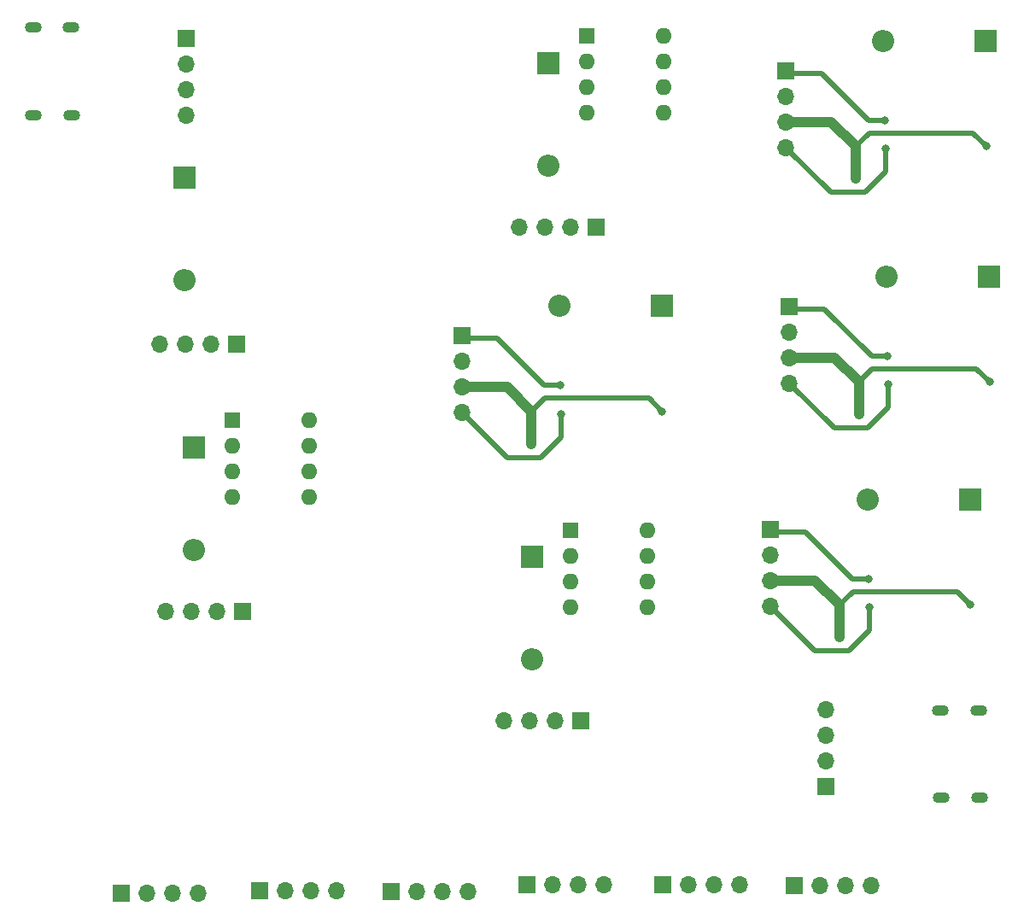
<source format=gbr>
G04 #@! TF.GenerationSoftware,KiCad,Pcbnew,(5.1.12)-1*
G04 #@! TF.CreationDate,2022-01-07T20:34:09-08:00*
G04 #@! TF.ProjectId,schematic,73636865-6d61-4746-9963-2e6b69636164,rev?*
G04 #@! TF.SameCoordinates,Original*
G04 #@! TF.FileFunction,Copper,L2,Bot*
G04 #@! TF.FilePolarity,Positive*
%FSLAX46Y46*%
G04 Gerber Fmt 4.6, Leading zero omitted, Abs format (unit mm)*
G04 Created by KiCad (PCBNEW (5.1.12)-1) date 2022-01-07 20:34:09*
%MOMM*%
%LPD*%
G01*
G04 APERTURE LIST*
G04 #@! TA.AperFunction,ComponentPad*
%ADD10O,1.600000X1.600000*%
G04 #@! TD*
G04 #@! TA.AperFunction,ComponentPad*
%ADD11R,1.600000X1.600000*%
G04 #@! TD*
G04 #@! TA.AperFunction,ComponentPad*
%ADD12O,2.200000X2.200000*%
G04 #@! TD*
G04 #@! TA.AperFunction,ComponentPad*
%ADD13R,2.200000X2.200000*%
G04 #@! TD*
G04 #@! TA.AperFunction,ComponentPad*
%ADD14O,1.700000X1.700000*%
G04 #@! TD*
G04 #@! TA.AperFunction,ComponentPad*
%ADD15R,1.700000X1.700000*%
G04 #@! TD*
G04 #@! TA.AperFunction,ComponentPad*
%ADD16O,1.700000X1.100000*%
G04 #@! TD*
G04 #@! TA.AperFunction,ViaPad*
%ADD17C,0.800000*%
G04 #@! TD*
G04 #@! TA.AperFunction,Conductor*
%ADD18C,0.500000*%
G04 #@! TD*
G04 #@! TA.AperFunction,Conductor*
%ADD19C,1.000000*%
G04 #@! TD*
G04 APERTURE END LIST*
D10*
G04 #@! TO.P,U4,8*
G04 #@! TO.N,N/C*
X152463500Y-109537500D03*
G04 #@! TO.P,U4,4*
X144843500Y-117157500D03*
G04 #@! TO.P,U4,7*
X152463500Y-112077500D03*
G04 #@! TO.P,U4,3*
X144843500Y-114617500D03*
G04 #@! TO.P,U4,6*
X152463500Y-114617500D03*
G04 #@! TO.P,U4,2*
X144843500Y-112077500D03*
G04 #@! TO.P,U4,5*
X152463500Y-117157500D03*
D11*
G04 #@! TO.P,U4,1*
X144843500Y-109537500D03*
G04 #@! TD*
D12*
G04 #@! TO.P,D3,2*
G04 #@! TO.N,N/C*
X141033500Y-122364500D03*
D13*
G04 #@! TO.P,D3,1*
X141033500Y-112204500D03*
G04 #@! TD*
D14*
G04 #@! TO.P,J11,4*
G04 #@! TO.N,N/C*
X138176000Y-128460500D03*
G04 #@! TO.P,J11,3*
X140716000Y-128460500D03*
G04 #@! TO.P,J11,2*
X143256000Y-128460500D03*
D15*
G04 #@! TO.P,J11,1*
X145796000Y-128460500D03*
G04 #@! TD*
G04 #@! TO.P,J11,1*
G04 #@! TO.N,N/C*
X147383500Y-79502000D03*
D14*
G04 #@! TO.P,J11,2*
X144843500Y-79502000D03*
G04 #@! TO.P,J11,3*
X142303500Y-79502000D03*
G04 #@! TO.P,J11,4*
X139763500Y-79502000D03*
G04 #@! TD*
D13*
G04 #@! TO.P,D3,1*
G04 #@! TO.N,N/C*
X142621000Y-63246000D03*
D12*
G04 #@! TO.P,D3,2*
X142621000Y-73406000D03*
G04 #@! TD*
D11*
G04 #@! TO.P,U4,1*
G04 #@! TO.N,N/C*
X146431000Y-60579000D03*
D10*
G04 #@! TO.P,U4,5*
X154051000Y-68199000D03*
G04 #@! TO.P,U4,2*
X146431000Y-63119000D03*
G04 #@! TO.P,U4,6*
X154051000Y-65659000D03*
G04 #@! TO.P,U4,3*
X146431000Y-65659000D03*
G04 #@! TO.P,U4,7*
X154051000Y-63119000D03*
G04 #@! TO.P,U4,4*
X146431000Y-68199000D03*
G04 #@! TO.P,U4,8*
X154051000Y-60579000D03*
G04 #@! TD*
G04 #@! TO.P,U4,8*
G04 #@! TO.N,Net-(R28-Pad2)*
X118935500Y-98679000D03*
G04 #@! TO.P,U4,4*
G04 #@! TO.N,Net-(C5-Pad2)*
X111315500Y-106299000D03*
G04 #@! TO.P,U4,7*
G04 #@! TO.N,Net-(R27-Pad1)*
X118935500Y-101219000D03*
G04 #@! TO.P,U4,3*
G04 #@! TO.N,Net-(C5-Pad1)*
X111315500Y-103759000D03*
G04 #@! TO.P,U4,6*
G04 #@! TO.N,Net-(J11-Pad1)*
X118935500Y-103759000D03*
G04 #@! TO.P,U4,2*
G04 #@! TO.N,Net-(D3-Pad1)*
X111315500Y-101219000D03*
G04 #@! TO.P,U4,5*
G04 #@! TO.N,Net-(R29-Pad2)*
X118935500Y-106299000D03*
D11*
G04 #@! TO.P,U4,1*
G04 #@! TO.N,Net-(R27-Pad1)*
X111315500Y-98679000D03*
G04 #@! TD*
D14*
G04 #@! TO.P,J11,4*
G04 #@! TO.N,Net-(J11-Pad4)*
X104648000Y-117602000D03*
G04 #@! TO.P,J11,3*
G04 #@! TO.N,Net-(C5-Pad2)*
X107188000Y-117602000D03*
G04 #@! TO.P,J11,2*
G04 #@! TO.N,Net-(C6-Pad1)*
X109728000Y-117602000D03*
D15*
G04 #@! TO.P,J11,1*
G04 #@! TO.N,Net-(J11-Pad1)*
X112268000Y-117602000D03*
G04 #@! TD*
D12*
G04 #@! TO.P,D3,2*
G04 #@! TO.N,Net-(C5-Pad2)*
X107505500Y-111506000D03*
D13*
G04 #@! TO.P,D3,1*
G04 #@! TO.N,Net-(D3-Pad1)*
X107505500Y-101346000D03*
G04 #@! TD*
D16*
G04 #@! TO.P,J2,S1*
G04 #@! TO.N,Net-(J2-PadA1)*
X181496500Y-127391000D03*
X185296500Y-127391000D03*
X181546500Y-136041000D03*
X185346500Y-136041000D03*
G04 #@! TD*
D15*
G04 #@! TO.P,J3,1*
G04 #@! TO.N,Net-(J2-PadA1)*
X170116500Y-135001000D03*
D14*
G04 #@! TO.P,J3,2*
G04 #@! TO.N,Net-(J2-PadA6)*
X170116500Y-132461000D03*
G04 #@! TO.P,J3,3*
G04 #@! TO.N,Net-(J2-PadA7)*
X170116500Y-129921000D03*
G04 #@! TO.P,J3,4*
G04 #@! TO.N,Net-(J2-PadA4)*
X170116500Y-127381000D03*
G04 #@! TD*
D15*
G04 #@! TO.P,J1,1*
G04 #@! TO.N,Net-(J1-Pad1)*
X111683800Y-91122500D03*
D14*
G04 #@! TO.P,J1,2*
G04 #@! TO.N,Net-(C2-Pad1)*
X109143800Y-91122500D03*
G04 #@! TO.P,J1,3*
G04 #@! TO.N,Net-(C1-Pad2)*
X106603800Y-91122500D03*
G04 #@! TO.P,J1,4*
G04 #@! TO.N,Net-(J1-Pad4)*
X104063800Y-91122500D03*
G04 #@! TD*
D13*
G04 #@! TO.P,D1,1*
G04 #@! TO.N,Net-(D1-Pad1)*
X106553000Y-74561700D03*
D12*
G04 #@! TO.P,D1,2*
G04 #@! TO.N,Net-(C1-Pad2)*
X106553000Y-84721700D03*
G04 #@! TD*
D15*
G04 #@! TO.P,J10,1*
G04 #@! TO.N,Net-(J10-Pad1)*
X134035800Y-90271600D03*
D14*
G04 #@! TO.P,J10,2*
G04 #@! TO.N,Net-(C4-Pad1)*
X134035800Y-92811600D03*
G04 #@! TO.P,J10,3*
G04 #@! TO.N,Net-(C3-Pad2)*
X134035800Y-95351600D03*
G04 #@! TO.P,J10,4*
G04 #@! TO.N,Net-(C4-Pad2)*
X134035800Y-97891600D03*
G04 #@! TD*
D13*
G04 #@! TO.P,D2,1*
G04 #@! TO.N,Net-(C3-Pad1)*
X153847800Y-87325200D03*
D12*
G04 #@! TO.P,D2,2*
G04 #@! TO.N,Net-(C4-Pad1)*
X143687800Y-87325200D03*
G04 #@! TD*
D15*
G04 #@! TO.P,J10,1*
G04 #@! TO.N,Net-(J10-Pad1)*
X164579300Y-109448600D03*
D14*
G04 #@! TO.P,J10,2*
G04 #@! TO.N,Net-(C4-Pad1)*
X164579300Y-111988600D03*
G04 #@! TO.P,J10,3*
G04 #@! TO.N,Net-(C3-Pad2)*
X164579300Y-114528600D03*
G04 #@! TO.P,J10,4*
G04 #@! TO.N,Net-(C4-Pad2)*
X164579300Y-117068600D03*
G04 #@! TD*
D13*
G04 #@! TO.P,D2,1*
G04 #@! TO.N,Net-(C3-Pad1)*
X184391300Y-106502200D03*
D12*
G04 #@! TO.P,D2,2*
G04 #@! TO.N,Net-(C4-Pad1)*
X174231300Y-106502200D03*
G04 #@! TD*
D15*
G04 #@! TO.P,J10,1*
G04 #@! TO.N,Net-(J10-Pad1)*
X166484300Y-87350600D03*
D14*
G04 #@! TO.P,J10,2*
G04 #@! TO.N,Net-(C4-Pad1)*
X166484300Y-89890600D03*
G04 #@! TO.P,J10,3*
G04 #@! TO.N,Net-(C3-Pad2)*
X166484300Y-92430600D03*
G04 #@! TO.P,J10,4*
G04 #@! TO.N,Net-(C4-Pad2)*
X166484300Y-94970600D03*
G04 #@! TD*
D13*
G04 #@! TO.P,D2,1*
G04 #@! TO.N,Net-(C3-Pad1)*
X186296300Y-84404200D03*
D12*
G04 #@! TO.P,D2,2*
G04 #@! TO.N,Net-(C4-Pad1)*
X176136300Y-84404200D03*
G04 #@! TD*
D15*
G04 #@! TO.P,J10,1*
G04 #@! TO.N,Net-(J10-Pad1)*
X166166800Y-63982600D03*
D14*
G04 #@! TO.P,J10,2*
G04 #@! TO.N,Net-(C4-Pad1)*
X166166800Y-66522600D03*
G04 #@! TO.P,J10,3*
G04 #@! TO.N,Net-(C3-Pad2)*
X166166800Y-69062600D03*
G04 #@! TO.P,J10,4*
G04 #@! TO.N,Net-(C4-Pad2)*
X166166800Y-71602600D03*
G04 #@! TD*
D13*
G04 #@! TO.P,D2,1*
G04 #@! TO.N,Net-(C3-Pad1)*
X185978800Y-61036200D03*
D12*
G04 #@! TO.P,D2,2*
G04 #@! TO.N,Net-(C4-Pad1)*
X175818800Y-61036200D03*
G04 #@! TD*
D14*
G04 #@! TO.P,J9,4*
G04 #@! TO.N,Net-(J9-Pad4)*
X134645400Y-145351500D03*
G04 #@! TO.P,J9,3*
G04 #@! TO.N,Net-(J9-Pad3)*
X132105400Y-145351500D03*
G04 #@! TO.P,J9,2*
G04 #@! TO.N,Net-(J9-Pad2)*
X129565400Y-145351500D03*
D15*
G04 #@! TO.P,J9,1*
G04 #@! TO.N,Net-(J9-Pad1)*
X127025400Y-145351500D03*
G04 #@! TD*
D14*
G04 #@! TO.P,J8,4*
G04 #@! TO.N,Net-(J8-Pad4)*
X107911900Y-145567400D03*
G04 #@! TO.P,J8,3*
G04 #@! TO.N,Net-(J8-Pad3)*
X105371900Y-145567400D03*
G04 #@! TO.P,J8,2*
G04 #@! TO.N,Net-(J8-Pad2)*
X102831900Y-145567400D03*
D15*
G04 #@! TO.P,J8,1*
G04 #@! TO.N,Net-(J8-Pad1)*
X100291900Y-145567400D03*
G04 #@! TD*
D14*
G04 #@! TO.P,J7,4*
G04 #@! TO.N,Net-(J7-Pad4)*
X148107400Y-144703800D03*
G04 #@! TO.P,J7,3*
G04 #@! TO.N,Net-(J7-Pad3)*
X145567400Y-144703800D03*
G04 #@! TO.P,J7,2*
G04 #@! TO.N,Net-(J7-Pad2)*
X143027400Y-144703800D03*
D15*
G04 #@! TO.P,J7,1*
G04 #@! TO.N,Net-(J7-Pad1)*
X140487400Y-144703800D03*
G04 #@! TD*
D14*
G04 #@! TO.P,J6,4*
G04 #@! TO.N,Net-(J6-Pad4)*
X161582100Y-144678400D03*
G04 #@! TO.P,J6,3*
G04 #@! TO.N,Net-(J6-Pad3)*
X159042100Y-144678400D03*
G04 #@! TO.P,J6,2*
G04 #@! TO.N,Net-(J6-Pad2)*
X156502100Y-144678400D03*
D15*
G04 #@! TO.P,J6,1*
G04 #@! TO.N,Net-(J6-Pad1)*
X153962100Y-144678400D03*
G04 #@! TD*
D14*
G04 #@! TO.P,J5,4*
G04 #@! TO.N,Net-(J5-Pad4)*
X174574200Y-144767300D03*
G04 #@! TO.P,J5,3*
G04 #@! TO.N,Net-(J5-Pad3)*
X172034200Y-144767300D03*
G04 #@! TO.P,J5,2*
G04 #@! TO.N,Net-(J5-Pad2)*
X169494200Y-144767300D03*
D15*
G04 #@! TO.P,J5,1*
G04 #@! TO.N,Net-(J5-Pad1)*
X166954200Y-144767300D03*
G04 #@! TD*
D14*
G04 #@! TO.P,J4,4*
G04 #@! TO.N,Net-(J4-Pad4)*
X121627900Y-145338800D03*
G04 #@! TO.P,J4,3*
G04 #@! TO.N,Net-(J4-Pad3)*
X119087900Y-145338800D03*
G04 #@! TO.P,J4,2*
G04 #@! TO.N,Net-(J4-Pad2)*
X116547900Y-145338800D03*
D15*
G04 #@! TO.P,J4,1*
G04 #@! TO.N,Net-(J4-Pad1)*
X114007900Y-145338800D03*
G04 #@! TD*
D14*
G04 #@! TO.P,J3,4*
G04 #@! TO.N,Net-(J2-PadA4)*
X106743500Y-68389500D03*
G04 #@! TO.P,J3,3*
G04 #@! TO.N,Net-(J2-PadA7)*
X106743500Y-65849500D03*
G04 #@! TO.P,J3,2*
G04 #@! TO.N,Net-(J2-PadA6)*
X106743500Y-63309500D03*
D15*
G04 #@! TO.P,J3,1*
G04 #@! TO.N,Net-(J2-PadA1)*
X106743500Y-60769500D03*
G04 #@! TD*
D16*
G04 #@! TO.P,J2,S1*
G04 #@! TO.N,Net-(J2-PadA1)*
X91513500Y-59729500D03*
X95313500Y-59729500D03*
X91563500Y-68379500D03*
X95363500Y-68379500D03*
G04 #@! TD*
D17*
G04 #@! TO.N,Net-(C3-Pad2)*
X186029600Y-71501000D03*
X173075600Y-74701400D03*
G04 #@! TO.N,Net-(C4-Pad2)*
X176022000Y-71755000D03*
G04 #@! TO.N,Net-(J10-Pad1)*
X175920400Y-68910200D03*
G04 #@! TO.N,Net-(C3-Pad2)*
X186347100Y-94869000D03*
X173393100Y-98069400D03*
G04 #@! TO.N,Net-(C4-Pad2)*
X176339500Y-95123000D03*
G04 #@! TO.N,Net-(J10-Pad1)*
X176237900Y-92278200D03*
G04 #@! TO.N,Net-(C3-Pad2)*
X184442100Y-116967000D03*
X171488100Y-120167400D03*
G04 #@! TO.N,Net-(C4-Pad2)*
X174434500Y-117221000D03*
G04 #@! TO.N,Net-(J10-Pad1)*
X174332900Y-114376200D03*
G04 #@! TO.N,Net-(C3-Pad2)*
X153898600Y-97790000D03*
X140944600Y-100990400D03*
G04 #@! TO.N,Net-(C4-Pad2)*
X143891000Y-98044000D03*
G04 #@! TO.N,Net-(J10-Pad1)*
X143789400Y-95199200D03*
G04 #@! TD*
D18*
G04 #@! TO.N,Net-(C3-Pad2)*
X186029600Y-71501000D02*
X184708800Y-70180200D01*
X174396400Y-70180200D02*
X173075600Y-71501000D01*
X184708800Y-70180200D02*
X174396400Y-70180200D01*
D19*
X170637200Y-69062600D02*
X166166800Y-69062600D01*
X173075600Y-71501000D02*
X170637200Y-69062600D01*
X173075600Y-74701400D02*
X173075600Y-71501000D01*
D18*
G04 #@! TO.N,Net-(C4-Pad2)*
X173990000Y-76073000D02*
X176022000Y-74041000D01*
X166166800Y-71602600D02*
X170637200Y-76073000D01*
X170637200Y-76073000D02*
X173990000Y-76073000D01*
X176022000Y-74041000D02*
X176022000Y-71755000D01*
G04 #@! TO.N,Net-(J10-Pad1)*
X175920400Y-68910200D02*
X174345600Y-68910200D01*
X174345600Y-68910200D02*
X169672000Y-64236600D01*
X166420800Y-64236600D02*
X166166800Y-63982600D01*
X169672000Y-64236600D02*
X166420800Y-64236600D01*
G04 #@! TO.N,Net-(C3-Pad2)*
X186347100Y-94869000D02*
X185026300Y-93548200D01*
X174713900Y-93548200D02*
X173393100Y-94869000D01*
X185026300Y-93548200D02*
X174713900Y-93548200D01*
D19*
X170954700Y-92430600D02*
X166484300Y-92430600D01*
X173393100Y-94869000D02*
X170954700Y-92430600D01*
X173393100Y-98069400D02*
X173393100Y-94869000D01*
D18*
G04 #@! TO.N,Net-(C4-Pad2)*
X174307500Y-99441000D02*
X176339500Y-97409000D01*
X166484300Y-94970600D02*
X170954700Y-99441000D01*
X170954700Y-99441000D02*
X174307500Y-99441000D01*
X176339500Y-97409000D02*
X176339500Y-95123000D01*
G04 #@! TO.N,Net-(J10-Pad1)*
X176237900Y-92278200D02*
X174663100Y-92278200D01*
X174663100Y-92278200D02*
X169989500Y-87604600D01*
X166738300Y-87604600D02*
X166484300Y-87350600D01*
X169989500Y-87604600D02*
X166738300Y-87604600D01*
G04 #@! TO.N,Net-(C3-Pad2)*
X184442100Y-116967000D02*
X183121300Y-115646200D01*
X172808900Y-115646200D02*
X171488100Y-116967000D01*
X183121300Y-115646200D02*
X172808900Y-115646200D01*
D19*
X169049700Y-114528600D02*
X164579300Y-114528600D01*
X171488100Y-116967000D02*
X169049700Y-114528600D01*
X171488100Y-120167400D02*
X171488100Y-116967000D01*
D18*
G04 #@! TO.N,Net-(C4-Pad2)*
X172402500Y-121539000D02*
X174434500Y-119507000D01*
X164579300Y-117068600D02*
X169049700Y-121539000D01*
X169049700Y-121539000D02*
X172402500Y-121539000D01*
X174434500Y-119507000D02*
X174434500Y-117221000D01*
G04 #@! TO.N,Net-(J10-Pad1)*
X174332900Y-114376200D02*
X172758100Y-114376200D01*
X172758100Y-114376200D02*
X168084500Y-109702600D01*
X164833300Y-109702600D02*
X164579300Y-109448600D01*
X168084500Y-109702600D02*
X164833300Y-109702600D01*
G04 #@! TO.N,Net-(C3-Pad2)*
X153898600Y-97790000D02*
X152577800Y-96469200D01*
X142265400Y-96469200D02*
X140944600Y-97790000D01*
X152577800Y-96469200D02*
X142265400Y-96469200D01*
D19*
X138506200Y-95351600D02*
X134035800Y-95351600D01*
X140944600Y-97790000D02*
X138506200Y-95351600D01*
X140944600Y-100990400D02*
X140944600Y-97790000D01*
D18*
G04 #@! TO.N,Net-(C4-Pad2)*
X141859000Y-102362000D02*
X143891000Y-100330000D01*
X134035800Y-97891600D02*
X138506200Y-102362000D01*
X138506200Y-102362000D02*
X141859000Y-102362000D01*
X143891000Y-100330000D02*
X143891000Y-98044000D01*
G04 #@! TO.N,Net-(J10-Pad1)*
X143789400Y-95199200D02*
X142214600Y-95199200D01*
X142214600Y-95199200D02*
X137541000Y-90525600D01*
X134289800Y-90525600D02*
X134035800Y-90271600D01*
X137541000Y-90525600D02*
X134289800Y-90525600D01*
G04 #@! TD*
M02*

</source>
